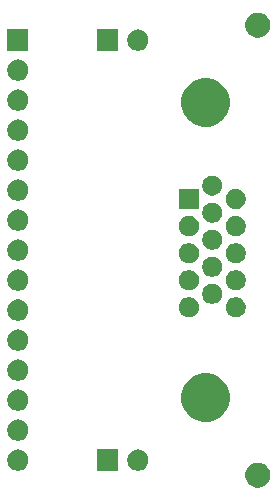
<source format=gbs>
G04 #@! TF.GenerationSoftware,KiCad,Pcbnew,(5.1.6-0-10_14)*
G04 #@! TF.CreationDate,2020-11-19T10:08:44+01:00*
G04 #@! TF.ProjectId,VGA_breakout,5647415f-6272-4656-916b-6f75742e6b69,rev?*
G04 #@! TF.SameCoordinates,Original*
G04 #@! TF.FileFunction,Soldermask,Bot*
G04 #@! TF.FilePolarity,Negative*
%FSLAX46Y46*%
G04 Gerber Fmt 4.6, Leading zero omitted, Abs format (unit mm)*
G04 Created by KiCad (PCBNEW (5.1.6-0-10_14)) date 2020-11-19 10:08:44*
%MOMM*%
%LPD*%
G01*
G04 APERTURE LIST*
%ADD10C,0.100000*%
G04 APERTURE END LIST*
D10*
G36*
X148896564Y-106939389D02*
G01*
X149087833Y-107018615D01*
X149087835Y-107018616D01*
X149259973Y-107133635D01*
X149406365Y-107280027D01*
X149473067Y-107379853D01*
X149521385Y-107452167D01*
X149600611Y-107643436D01*
X149641000Y-107846484D01*
X149641000Y-108053516D01*
X149600611Y-108256564D01*
X149521385Y-108447833D01*
X149521384Y-108447835D01*
X149406365Y-108619973D01*
X149259973Y-108766365D01*
X149087835Y-108881384D01*
X149087834Y-108881385D01*
X149087833Y-108881385D01*
X148896564Y-108960611D01*
X148693516Y-109001000D01*
X148486484Y-109001000D01*
X148283436Y-108960611D01*
X148092167Y-108881385D01*
X148092166Y-108881385D01*
X148092165Y-108881384D01*
X147920027Y-108766365D01*
X147773635Y-108619973D01*
X147658616Y-108447835D01*
X147658615Y-108447833D01*
X147579389Y-108256564D01*
X147539000Y-108053516D01*
X147539000Y-107846484D01*
X147579389Y-107643436D01*
X147658615Y-107452167D01*
X147706934Y-107379853D01*
X147773635Y-107280027D01*
X147920027Y-107133635D01*
X148092165Y-107018616D01*
X148092167Y-107018615D01*
X148283436Y-106939389D01*
X148486484Y-106899000D01*
X148693516Y-106899000D01*
X148896564Y-106939389D01*
G37*
G36*
X136791000Y-107581000D02*
G01*
X134989000Y-107581000D01*
X134989000Y-105779000D01*
X136791000Y-105779000D01*
X136791000Y-107581000D01*
G37*
G36*
X128383512Y-105783927D02*
G01*
X128532812Y-105813624D01*
X128696784Y-105881544D01*
X128844354Y-105980147D01*
X128969853Y-106105646D01*
X129068456Y-106253216D01*
X129136376Y-106417188D01*
X129171000Y-106591259D01*
X129171000Y-106768741D01*
X129136376Y-106942812D01*
X129068456Y-107106784D01*
X128969853Y-107254354D01*
X128844354Y-107379853D01*
X128696784Y-107478456D01*
X128532812Y-107546376D01*
X128383512Y-107576073D01*
X128358742Y-107581000D01*
X128181258Y-107581000D01*
X128156488Y-107576073D01*
X128007188Y-107546376D01*
X127843216Y-107478456D01*
X127695646Y-107379853D01*
X127570147Y-107254354D01*
X127471544Y-107106784D01*
X127403624Y-106942812D01*
X127369000Y-106768741D01*
X127369000Y-106591259D01*
X127403624Y-106417188D01*
X127471544Y-106253216D01*
X127570147Y-106105646D01*
X127695646Y-105980147D01*
X127843216Y-105881544D01*
X128007188Y-105813624D01*
X128156488Y-105783927D01*
X128181258Y-105779000D01*
X128358742Y-105779000D01*
X128383512Y-105783927D01*
G37*
G36*
X138543512Y-105783927D02*
G01*
X138692812Y-105813624D01*
X138856784Y-105881544D01*
X139004354Y-105980147D01*
X139129853Y-106105646D01*
X139228456Y-106253216D01*
X139296376Y-106417188D01*
X139331000Y-106591259D01*
X139331000Y-106768741D01*
X139296376Y-106942812D01*
X139228456Y-107106784D01*
X139129853Y-107254354D01*
X139004354Y-107379853D01*
X138856784Y-107478456D01*
X138692812Y-107546376D01*
X138543512Y-107576073D01*
X138518742Y-107581000D01*
X138341258Y-107581000D01*
X138316488Y-107576073D01*
X138167188Y-107546376D01*
X138003216Y-107478456D01*
X137855646Y-107379853D01*
X137730147Y-107254354D01*
X137631544Y-107106784D01*
X137563624Y-106942812D01*
X137529000Y-106768741D01*
X137529000Y-106591259D01*
X137563624Y-106417188D01*
X137631544Y-106253216D01*
X137730147Y-106105646D01*
X137855646Y-105980147D01*
X138003216Y-105881544D01*
X138167188Y-105813624D01*
X138316488Y-105783927D01*
X138341258Y-105779000D01*
X138518742Y-105779000D01*
X138543512Y-105783927D01*
G37*
G36*
X128383512Y-103243927D02*
G01*
X128532812Y-103273624D01*
X128696784Y-103341544D01*
X128844354Y-103440147D01*
X128969853Y-103565646D01*
X129068456Y-103713216D01*
X129136376Y-103877188D01*
X129171000Y-104051259D01*
X129171000Y-104228741D01*
X129136376Y-104402812D01*
X129068456Y-104566784D01*
X128969853Y-104714354D01*
X128844354Y-104839853D01*
X128696784Y-104938456D01*
X128532812Y-105006376D01*
X128383512Y-105036073D01*
X128358742Y-105041000D01*
X128181258Y-105041000D01*
X128156488Y-105036073D01*
X128007188Y-105006376D01*
X127843216Y-104938456D01*
X127695646Y-104839853D01*
X127570147Y-104714354D01*
X127471544Y-104566784D01*
X127403624Y-104402812D01*
X127369000Y-104228741D01*
X127369000Y-104051259D01*
X127403624Y-103877188D01*
X127471544Y-103713216D01*
X127570147Y-103565646D01*
X127695646Y-103440147D01*
X127843216Y-103341544D01*
X128007188Y-103273624D01*
X128156488Y-103243927D01*
X128181258Y-103239000D01*
X128358742Y-103239000D01*
X128383512Y-103243927D01*
G37*
G36*
X144766254Y-99424818D02*
G01*
X145139511Y-99579426D01*
X145139513Y-99579427D01*
X145409539Y-99759853D01*
X145475436Y-99803884D01*
X145761116Y-100089564D01*
X145985574Y-100425489D01*
X146140182Y-100798746D01*
X146219000Y-101194993D01*
X146219000Y-101599007D01*
X146140182Y-101995254D01*
X146065996Y-102174354D01*
X145985573Y-102368513D01*
X145761116Y-102704436D01*
X145475436Y-102990116D01*
X145139513Y-103214573D01*
X145139512Y-103214574D01*
X145139511Y-103214574D01*
X144766254Y-103369182D01*
X144370007Y-103448000D01*
X143965993Y-103448000D01*
X143569746Y-103369182D01*
X143196489Y-103214574D01*
X143196488Y-103214574D01*
X143196487Y-103214573D01*
X142860564Y-102990116D01*
X142574884Y-102704436D01*
X142350427Y-102368513D01*
X142270004Y-102174354D01*
X142195818Y-101995254D01*
X142117000Y-101599007D01*
X142117000Y-101194993D01*
X142195818Y-100798746D01*
X142350426Y-100425489D01*
X142574884Y-100089564D01*
X142860564Y-99803884D01*
X142926461Y-99759853D01*
X143196487Y-99579427D01*
X143196489Y-99579426D01*
X143569746Y-99424818D01*
X143965993Y-99346000D01*
X144370007Y-99346000D01*
X144766254Y-99424818D01*
G37*
G36*
X128383512Y-100703927D02*
G01*
X128532812Y-100733624D01*
X128696784Y-100801544D01*
X128844354Y-100900147D01*
X128969853Y-101025646D01*
X129068456Y-101173216D01*
X129136376Y-101337188D01*
X129171000Y-101511259D01*
X129171000Y-101688741D01*
X129136376Y-101862812D01*
X129068456Y-102026784D01*
X128969853Y-102174354D01*
X128844354Y-102299853D01*
X128696784Y-102398456D01*
X128532812Y-102466376D01*
X128383512Y-102496073D01*
X128358742Y-102501000D01*
X128181258Y-102501000D01*
X128156488Y-102496073D01*
X128007188Y-102466376D01*
X127843216Y-102398456D01*
X127695646Y-102299853D01*
X127570147Y-102174354D01*
X127471544Y-102026784D01*
X127403624Y-101862812D01*
X127369000Y-101688741D01*
X127369000Y-101511259D01*
X127403624Y-101337188D01*
X127471544Y-101173216D01*
X127570147Y-101025646D01*
X127695646Y-100900147D01*
X127843216Y-100801544D01*
X128007188Y-100733624D01*
X128156488Y-100703927D01*
X128181258Y-100699000D01*
X128358742Y-100699000D01*
X128383512Y-100703927D01*
G37*
G36*
X128383512Y-98163927D02*
G01*
X128532812Y-98193624D01*
X128696784Y-98261544D01*
X128844354Y-98360147D01*
X128969853Y-98485646D01*
X129068456Y-98633216D01*
X129136376Y-98797188D01*
X129171000Y-98971259D01*
X129171000Y-99148741D01*
X129136376Y-99322812D01*
X129068456Y-99486784D01*
X128969853Y-99634354D01*
X128844354Y-99759853D01*
X128696784Y-99858456D01*
X128532812Y-99926376D01*
X128383512Y-99956073D01*
X128358742Y-99961000D01*
X128181258Y-99961000D01*
X128156488Y-99956073D01*
X128007188Y-99926376D01*
X127843216Y-99858456D01*
X127695646Y-99759853D01*
X127570147Y-99634354D01*
X127471544Y-99486784D01*
X127403624Y-99322812D01*
X127369000Y-99148741D01*
X127369000Y-98971259D01*
X127403624Y-98797188D01*
X127471544Y-98633216D01*
X127570147Y-98485646D01*
X127695646Y-98360147D01*
X127843216Y-98261544D01*
X128007188Y-98193624D01*
X128156488Y-98163927D01*
X128181258Y-98159000D01*
X128358742Y-98159000D01*
X128383512Y-98163927D01*
G37*
G36*
X128383512Y-95623927D02*
G01*
X128532812Y-95653624D01*
X128696784Y-95721544D01*
X128844354Y-95820147D01*
X128969853Y-95945646D01*
X129068456Y-96093216D01*
X129136376Y-96257188D01*
X129171000Y-96431259D01*
X129171000Y-96608741D01*
X129136376Y-96782812D01*
X129068456Y-96946784D01*
X128969853Y-97094354D01*
X128844354Y-97219853D01*
X128696784Y-97318456D01*
X128532812Y-97386376D01*
X128383512Y-97416073D01*
X128358742Y-97421000D01*
X128181258Y-97421000D01*
X128156488Y-97416073D01*
X128007188Y-97386376D01*
X127843216Y-97318456D01*
X127695646Y-97219853D01*
X127570147Y-97094354D01*
X127471544Y-96946784D01*
X127403624Y-96782812D01*
X127369000Y-96608741D01*
X127369000Y-96431259D01*
X127403624Y-96257188D01*
X127471544Y-96093216D01*
X127570147Y-95945646D01*
X127695646Y-95820147D01*
X127843216Y-95721544D01*
X128007188Y-95653624D01*
X128156488Y-95623927D01*
X128181258Y-95619000D01*
X128358742Y-95619000D01*
X128383512Y-95623927D01*
G37*
G36*
X128368721Y-93080985D02*
G01*
X128532812Y-93113624D01*
X128696784Y-93181544D01*
X128844354Y-93280147D01*
X128969853Y-93405646D01*
X129068456Y-93553216D01*
X129136376Y-93717188D01*
X129171000Y-93891259D01*
X129171000Y-94068741D01*
X129136376Y-94242812D01*
X129068456Y-94406784D01*
X128969853Y-94554354D01*
X128844354Y-94679853D01*
X128696784Y-94778456D01*
X128532812Y-94846376D01*
X128383512Y-94876073D01*
X128358742Y-94881000D01*
X128181258Y-94881000D01*
X128156488Y-94876073D01*
X128007188Y-94846376D01*
X127843216Y-94778456D01*
X127695646Y-94679853D01*
X127570147Y-94554354D01*
X127471544Y-94406784D01*
X127403624Y-94242812D01*
X127369000Y-94068741D01*
X127369000Y-93891259D01*
X127403624Y-93717188D01*
X127471544Y-93553216D01*
X127570147Y-93405646D01*
X127695646Y-93280147D01*
X127843216Y-93181544D01*
X128007188Y-93113624D01*
X128171279Y-93080985D01*
X128181258Y-93079000D01*
X128358742Y-93079000D01*
X128368721Y-93080985D01*
G37*
G36*
X146956228Y-92923703D02*
G01*
X147111100Y-92987853D01*
X147250481Y-93080985D01*
X147369015Y-93199519D01*
X147462147Y-93338900D01*
X147526297Y-93493772D01*
X147559000Y-93658184D01*
X147559000Y-93825816D01*
X147526297Y-93990228D01*
X147462147Y-94145100D01*
X147369015Y-94284481D01*
X147250481Y-94403015D01*
X147111100Y-94496147D01*
X146956228Y-94560297D01*
X146791816Y-94593000D01*
X146624184Y-94593000D01*
X146459772Y-94560297D01*
X146304900Y-94496147D01*
X146165519Y-94403015D01*
X146046985Y-94284481D01*
X145953853Y-94145100D01*
X145889703Y-93990228D01*
X145857000Y-93825816D01*
X145857000Y-93658184D01*
X145889703Y-93493772D01*
X145953853Y-93338900D01*
X146046985Y-93199519D01*
X146165519Y-93080985D01*
X146304900Y-92987853D01*
X146459772Y-92923703D01*
X146624184Y-92891000D01*
X146791816Y-92891000D01*
X146956228Y-92923703D01*
G37*
G36*
X142996228Y-92923703D02*
G01*
X143151100Y-92987853D01*
X143290481Y-93080985D01*
X143409015Y-93199519D01*
X143502147Y-93338900D01*
X143566297Y-93493772D01*
X143599000Y-93658184D01*
X143599000Y-93825816D01*
X143566297Y-93990228D01*
X143502147Y-94145100D01*
X143409015Y-94284481D01*
X143290481Y-94403015D01*
X143151100Y-94496147D01*
X142996228Y-94560297D01*
X142831816Y-94593000D01*
X142664184Y-94593000D01*
X142499772Y-94560297D01*
X142344900Y-94496147D01*
X142205519Y-94403015D01*
X142086985Y-94284481D01*
X141993853Y-94145100D01*
X141929703Y-93990228D01*
X141897000Y-93825816D01*
X141897000Y-93658184D01*
X141929703Y-93493772D01*
X141993853Y-93338900D01*
X142086985Y-93199519D01*
X142205519Y-93080985D01*
X142344900Y-92987853D01*
X142499772Y-92923703D01*
X142664184Y-92891000D01*
X142831816Y-92891000D01*
X142996228Y-92923703D01*
G37*
G36*
X144976228Y-91778703D02*
G01*
X145131100Y-91842853D01*
X145270481Y-91935985D01*
X145389015Y-92054519D01*
X145482147Y-92193900D01*
X145546297Y-92348772D01*
X145579000Y-92513184D01*
X145579000Y-92680816D01*
X145546297Y-92845228D01*
X145482147Y-93000100D01*
X145389015Y-93139481D01*
X145270481Y-93258015D01*
X145131100Y-93351147D01*
X144976228Y-93415297D01*
X144811816Y-93448000D01*
X144644184Y-93448000D01*
X144479772Y-93415297D01*
X144324900Y-93351147D01*
X144185519Y-93258015D01*
X144066985Y-93139481D01*
X143973853Y-93000100D01*
X143909703Y-92845228D01*
X143877000Y-92680816D01*
X143877000Y-92513184D01*
X143909703Y-92348772D01*
X143973853Y-92193900D01*
X144066985Y-92054519D01*
X144185519Y-91935985D01*
X144324900Y-91842853D01*
X144479772Y-91778703D01*
X144644184Y-91746000D01*
X144811816Y-91746000D01*
X144976228Y-91778703D01*
G37*
G36*
X128383512Y-90543927D02*
G01*
X128532812Y-90573624D01*
X128696784Y-90641544D01*
X128844354Y-90740147D01*
X128969853Y-90865646D01*
X129068456Y-91013216D01*
X129136376Y-91177188D01*
X129171000Y-91351259D01*
X129171000Y-91528741D01*
X129136376Y-91702812D01*
X129068456Y-91866784D01*
X128969853Y-92014354D01*
X128844354Y-92139853D01*
X128696784Y-92238456D01*
X128532812Y-92306376D01*
X128383512Y-92336073D01*
X128358742Y-92341000D01*
X128181258Y-92341000D01*
X128156488Y-92336073D01*
X128007188Y-92306376D01*
X127843216Y-92238456D01*
X127695646Y-92139853D01*
X127570147Y-92014354D01*
X127471544Y-91866784D01*
X127403624Y-91702812D01*
X127369000Y-91528741D01*
X127369000Y-91351259D01*
X127403624Y-91177188D01*
X127471544Y-91013216D01*
X127570147Y-90865646D01*
X127695646Y-90740147D01*
X127843216Y-90641544D01*
X128007188Y-90573624D01*
X128156488Y-90543927D01*
X128181258Y-90539000D01*
X128358742Y-90539000D01*
X128383512Y-90543927D01*
G37*
G36*
X146956228Y-90633703D02*
G01*
X147111100Y-90697853D01*
X147250481Y-90790985D01*
X147369015Y-90909519D01*
X147462147Y-91048900D01*
X147526297Y-91203772D01*
X147559000Y-91368184D01*
X147559000Y-91535816D01*
X147526297Y-91700228D01*
X147462147Y-91855100D01*
X147369015Y-91994481D01*
X147250481Y-92113015D01*
X147111100Y-92206147D01*
X146956228Y-92270297D01*
X146791816Y-92303000D01*
X146624184Y-92303000D01*
X146459772Y-92270297D01*
X146304900Y-92206147D01*
X146165519Y-92113015D01*
X146046985Y-91994481D01*
X145953853Y-91855100D01*
X145889703Y-91700228D01*
X145857000Y-91535816D01*
X145857000Y-91368184D01*
X145889703Y-91203772D01*
X145953853Y-91048900D01*
X146046985Y-90909519D01*
X146165519Y-90790985D01*
X146304900Y-90697853D01*
X146459772Y-90633703D01*
X146624184Y-90601000D01*
X146791816Y-90601000D01*
X146956228Y-90633703D01*
G37*
G36*
X142996228Y-90633703D02*
G01*
X143151100Y-90697853D01*
X143290481Y-90790985D01*
X143409015Y-90909519D01*
X143502147Y-91048900D01*
X143566297Y-91203772D01*
X143599000Y-91368184D01*
X143599000Y-91535816D01*
X143566297Y-91700228D01*
X143502147Y-91855100D01*
X143409015Y-91994481D01*
X143290481Y-92113015D01*
X143151100Y-92206147D01*
X142996228Y-92270297D01*
X142831816Y-92303000D01*
X142664184Y-92303000D01*
X142499772Y-92270297D01*
X142344900Y-92206147D01*
X142205519Y-92113015D01*
X142086985Y-91994481D01*
X141993853Y-91855100D01*
X141929703Y-91700228D01*
X141897000Y-91535816D01*
X141897000Y-91368184D01*
X141929703Y-91203772D01*
X141993853Y-91048900D01*
X142086985Y-90909519D01*
X142205519Y-90790985D01*
X142344900Y-90697853D01*
X142499772Y-90633703D01*
X142664184Y-90601000D01*
X142831816Y-90601000D01*
X142996228Y-90633703D01*
G37*
G36*
X144976228Y-89488703D02*
G01*
X145131100Y-89552853D01*
X145270481Y-89645985D01*
X145389015Y-89764519D01*
X145482147Y-89903900D01*
X145546297Y-90058772D01*
X145579000Y-90223184D01*
X145579000Y-90390816D01*
X145546297Y-90555228D01*
X145482147Y-90710100D01*
X145389015Y-90849481D01*
X145270481Y-90968015D01*
X145131100Y-91061147D01*
X144976228Y-91125297D01*
X144811816Y-91158000D01*
X144644184Y-91158000D01*
X144479772Y-91125297D01*
X144324900Y-91061147D01*
X144185519Y-90968015D01*
X144066985Y-90849481D01*
X143973853Y-90710100D01*
X143909703Y-90555228D01*
X143877000Y-90390816D01*
X143877000Y-90223184D01*
X143909703Y-90058772D01*
X143973853Y-89903900D01*
X144066985Y-89764519D01*
X144185519Y-89645985D01*
X144324900Y-89552853D01*
X144479772Y-89488703D01*
X144644184Y-89456000D01*
X144811816Y-89456000D01*
X144976228Y-89488703D01*
G37*
G36*
X146956228Y-88343703D02*
G01*
X147111100Y-88407853D01*
X147250481Y-88500985D01*
X147369015Y-88619519D01*
X147462147Y-88758900D01*
X147526297Y-88913772D01*
X147559000Y-89078184D01*
X147559000Y-89245816D01*
X147526297Y-89410228D01*
X147462147Y-89565100D01*
X147369015Y-89704481D01*
X147250481Y-89823015D01*
X147111100Y-89916147D01*
X146956228Y-89980297D01*
X146791816Y-90013000D01*
X146624184Y-90013000D01*
X146459772Y-89980297D01*
X146304900Y-89916147D01*
X146165519Y-89823015D01*
X146046985Y-89704481D01*
X145953853Y-89565100D01*
X145889703Y-89410228D01*
X145857000Y-89245816D01*
X145857000Y-89078184D01*
X145889703Y-88913772D01*
X145953853Y-88758900D01*
X146046985Y-88619519D01*
X146165519Y-88500985D01*
X146304900Y-88407853D01*
X146459772Y-88343703D01*
X146624184Y-88311000D01*
X146791816Y-88311000D01*
X146956228Y-88343703D01*
G37*
G36*
X142996228Y-88343703D02*
G01*
X143151100Y-88407853D01*
X143290481Y-88500985D01*
X143409015Y-88619519D01*
X143502147Y-88758900D01*
X143566297Y-88913772D01*
X143599000Y-89078184D01*
X143599000Y-89245816D01*
X143566297Y-89410228D01*
X143502147Y-89565100D01*
X143409015Y-89704481D01*
X143290481Y-89823015D01*
X143151100Y-89916147D01*
X142996228Y-89980297D01*
X142831816Y-90013000D01*
X142664184Y-90013000D01*
X142499772Y-89980297D01*
X142344900Y-89916147D01*
X142205519Y-89823015D01*
X142086985Y-89704481D01*
X141993853Y-89565100D01*
X141929703Y-89410228D01*
X141897000Y-89245816D01*
X141897000Y-89078184D01*
X141929703Y-88913772D01*
X141993853Y-88758900D01*
X142086985Y-88619519D01*
X142205519Y-88500985D01*
X142344900Y-88407853D01*
X142499772Y-88343703D01*
X142664184Y-88311000D01*
X142831816Y-88311000D01*
X142996228Y-88343703D01*
G37*
G36*
X128383512Y-88003927D02*
G01*
X128532812Y-88033624D01*
X128696784Y-88101544D01*
X128844354Y-88200147D01*
X128969853Y-88325646D01*
X129068456Y-88473216D01*
X129136376Y-88637188D01*
X129171000Y-88811259D01*
X129171000Y-88988741D01*
X129136376Y-89162812D01*
X129068456Y-89326784D01*
X128969853Y-89474354D01*
X128844354Y-89599853D01*
X128696784Y-89698456D01*
X128532812Y-89766376D01*
X128383512Y-89796073D01*
X128358742Y-89801000D01*
X128181258Y-89801000D01*
X128156488Y-89796073D01*
X128007188Y-89766376D01*
X127843216Y-89698456D01*
X127695646Y-89599853D01*
X127570147Y-89474354D01*
X127471544Y-89326784D01*
X127403624Y-89162812D01*
X127369000Y-88988741D01*
X127369000Y-88811259D01*
X127403624Y-88637188D01*
X127471544Y-88473216D01*
X127570147Y-88325646D01*
X127695646Y-88200147D01*
X127843216Y-88101544D01*
X128007188Y-88033624D01*
X128156488Y-88003927D01*
X128181258Y-87999000D01*
X128358742Y-87999000D01*
X128383512Y-88003927D01*
G37*
G36*
X144976228Y-87198703D02*
G01*
X145131100Y-87262853D01*
X145270481Y-87355985D01*
X145389015Y-87474519D01*
X145482147Y-87613900D01*
X145546297Y-87768772D01*
X145579000Y-87933184D01*
X145579000Y-88100816D01*
X145546297Y-88265228D01*
X145482147Y-88420100D01*
X145389015Y-88559481D01*
X145270481Y-88678015D01*
X145131100Y-88771147D01*
X144976228Y-88835297D01*
X144811816Y-88868000D01*
X144644184Y-88868000D01*
X144479772Y-88835297D01*
X144324900Y-88771147D01*
X144185519Y-88678015D01*
X144066985Y-88559481D01*
X143973853Y-88420100D01*
X143909703Y-88265228D01*
X143877000Y-88100816D01*
X143877000Y-87933184D01*
X143909703Y-87768772D01*
X143973853Y-87613900D01*
X144066985Y-87474519D01*
X144185519Y-87355985D01*
X144324900Y-87262853D01*
X144479772Y-87198703D01*
X144644184Y-87166000D01*
X144811816Y-87166000D01*
X144976228Y-87198703D01*
G37*
G36*
X142996228Y-86053703D02*
G01*
X143151100Y-86117853D01*
X143290481Y-86210985D01*
X143409015Y-86329519D01*
X143502147Y-86468900D01*
X143566297Y-86623772D01*
X143599000Y-86788184D01*
X143599000Y-86955816D01*
X143566297Y-87120228D01*
X143502147Y-87275100D01*
X143409015Y-87414481D01*
X143290481Y-87533015D01*
X143151100Y-87626147D01*
X142996228Y-87690297D01*
X142831816Y-87723000D01*
X142664184Y-87723000D01*
X142499772Y-87690297D01*
X142344900Y-87626147D01*
X142205519Y-87533015D01*
X142086985Y-87414481D01*
X141993853Y-87275100D01*
X141929703Y-87120228D01*
X141897000Y-86955816D01*
X141897000Y-86788184D01*
X141929703Y-86623772D01*
X141993853Y-86468900D01*
X142086985Y-86329519D01*
X142205519Y-86210985D01*
X142344900Y-86117853D01*
X142499772Y-86053703D01*
X142664184Y-86021000D01*
X142831816Y-86021000D01*
X142996228Y-86053703D01*
G37*
G36*
X146956228Y-86053703D02*
G01*
X147111100Y-86117853D01*
X147250481Y-86210985D01*
X147369015Y-86329519D01*
X147462147Y-86468900D01*
X147526297Y-86623772D01*
X147559000Y-86788184D01*
X147559000Y-86955816D01*
X147526297Y-87120228D01*
X147462147Y-87275100D01*
X147369015Y-87414481D01*
X147250481Y-87533015D01*
X147111100Y-87626147D01*
X146956228Y-87690297D01*
X146791816Y-87723000D01*
X146624184Y-87723000D01*
X146459772Y-87690297D01*
X146304900Y-87626147D01*
X146165519Y-87533015D01*
X146046985Y-87414481D01*
X145953853Y-87275100D01*
X145889703Y-87120228D01*
X145857000Y-86955816D01*
X145857000Y-86788184D01*
X145889703Y-86623772D01*
X145953853Y-86468900D01*
X146046985Y-86329519D01*
X146165519Y-86210985D01*
X146304900Y-86117853D01*
X146459772Y-86053703D01*
X146624184Y-86021000D01*
X146791816Y-86021000D01*
X146956228Y-86053703D01*
G37*
G36*
X128383512Y-85463927D02*
G01*
X128532812Y-85493624D01*
X128696784Y-85561544D01*
X128844354Y-85660147D01*
X128969853Y-85785646D01*
X129068456Y-85933216D01*
X129136376Y-86097188D01*
X129142922Y-86130100D01*
X129170647Y-86269481D01*
X129171000Y-86271259D01*
X129171000Y-86448741D01*
X129136376Y-86622812D01*
X129068456Y-86786784D01*
X128969853Y-86934354D01*
X128844354Y-87059853D01*
X128696784Y-87158456D01*
X128532812Y-87226376D01*
X128383512Y-87256073D01*
X128358742Y-87261000D01*
X128181258Y-87261000D01*
X128156488Y-87256073D01*
X128007188Y-87226376D01*
X127843216Y-87158456D01*
X127695646Y-87059853D01*
X127570147Y-86934354D01*
X127471544Y-86786784D01*
X127403624Y-86622812D01*
X127369000Y-86448741D01*
X127369000Y-86271259D01*
X127369354Y-86269481D01*
X127397078Y-86130100D01*
X127403624Y-86097188D01*
X127471544Y-85933216D01*
X127570147Y-85785646D01*
X127695646Y-85660147D01*
X127843216Y-85561544D01*
X128007188Y-85493624D01*
X128156488Y-85463927D01*
X128181258Y-85459000D01*
X128358742Y-85459000D01*
X128383512Y-85463927D01*
G37*
G36*
X144976228Y-84908703D02*
G01*
X145131100Y-84972853D01*
X145270481Y-85065985D01*
X145389015Y-85184519D01*
X145482147Y-85323900D01*
X145546297Y-85478772D01*
X145579000Y-85643184D01*
X145579000Y-85810816D01*
X145546297Y-85975228D01*
X145482147Y-86130100D01*
X145389015Y-86269481D01*
X145270481Y-86388015D01*
X145131100Y-86481147D01*
X144976228Y-86545297D01*
X144811816Y-86578000D01*
X144644184Y-86578000D01*
X144479772Y-86545297D01*
X144324900Y-86481147D01*
X144185519Y-86388015D01*
X144066985Y-86269481D01*
X143973853Y-86130100D01*
X143909703Y-85975228D01*
X143877000Y-85810816D01*
X143877000Y-85643184D01*
X143909703Y-85478772D01*
X143973853Y-85323900D01*
X144066985Y-85184519D01*
X144185519Y-85065985D01*
X144324900Y-84972853D01*
X144479772Y-84908703D01*
X144644184Y-84876000D01*
X144811816Y-84876000D01*
X144976228Y-84908703D01*
G37*
G36*
X143599000Y-85433000D02*
G01*
X141897000Y-85433000D01*
X141897000Y-83731000D01*
X143599000Y-83731000D01*
X143599000Y-85433000D01*
G37*
G36*
X146956228Y-83763703D02*
G01*
X147111100Y-83827853D01*
X147250481Y-83920985D01*
X147369015Y-84039519D01*
X147462147Y-84178900D01*
X147526297Y-84333772D01*
X147559000Y-84498184D01*
X147559000Y-84665816D01*
X147526297Y-84830228D01*
X147462147Y-84985100D01*
X147369015Y-85124481D01*
X147250481Y-85243015D01*
X147111100Y-85336147D01*
X146956228Y-85400297D01*
X146791816Y-85433000D01*
X146624184Y-85433000D01*
X146459772Y-85400297D01*
X146304900Y-85336147D01*
X146165519Y-85243015D01*
X146046985Y-85124481D01*
X145953853Y-84985100D01*
X145889703Y-84830228D01*
X145857000Y-84665816D01*
X145857000Y-84498184D01*
X145889703Y-84333772D01*
X145953853Y-84178900D01*
X146046985Y-84039519D01*
X146165519Y-83920985D01*
X146304900Y-83827853D01*
X146459772Y-83763703D01*
X146624184Y-83731000D01*
X146791816Y-83731000D01*
X146956228Y-83763703D01*
G37*
G36*
X128383512Y-82923927D02*
G01*
X128532812Y-82953624D01*
X128696784Y-83021544D01*
X128844354Y-83120147D01*
X128969853Y-83245646D01*
X129068456Y-83393216D01*
X129136376Y-83557188D01*
X129161844Y-83685228D01*
X129170949Y-83731000D01*
X129171000Y-83731259D01*
X129171000Y-83908741D01*
X129136376Y-84082812D01*
X129068456Y-84246784D01*
X128969853Y-84394354D01*
X128844354Y-84519853D01*
X128696784Y-84618456D01*
X128532812Y-84686376D01*
X128383512Y-84716073D01*
X128358742Y-84721000D01*
X128181258Y-84721000D01*
X128156488Y-84716073D01*
X128007188Y-84686376D01*
X127843216Y-84618456D01*
X127695646Y-84519853D01*
X127570147Y-84394354D01*
X127471544Y-84246784D01*
X127403624Y-84082812D01*
X127369000Y-83908741D01*
X127369000Y-83731259D01*
X127369052Y-83731000D01*
X127378156Y-83685228D01*
X127403624Y-83557188D01*
X127471544Y-83393216D01*
X127570147Y-83245646D01*
X127695646Y-83120147D01*
X127843216Y-83021544D01*
X128007188Y-82953624D01*
X128156488Y-82923927D01*
X128181258Y-82919000D01*
X128358742Y-82919000D01*
X128383512Y-82923927D01*
G37*
G36*
X144976228Y-82618703D02*
G01*
X145131100Y-82682853D01*
X145270481Y-82775985D01*
X145389015Y-82894519D01*
X145482147Y-83033900D01*
X145546297Y-83188772D01*
X145579000Y-83353184D01*
X145579000Y-83520816D01*
X145546297Y-83685228D01*
X145482147Y-83840100D01*
X145389015Y-83979481D01*
X145270481Y-84098015D01*
X145131100Y-84191147D01*
X144976228Y-84255297D01*
X144811816Y-84288000D01*
X144644184Y-84288000D01*
X144479772Y-84255297D01*
X144324900Y-84191147D01*
X144185519Y-84098015D01*
X144066985Y-83979481D01*
X143973853Y-83840100D01*
X143909703Y-83685228D01*
X143877000Y-83520816D01*
X143877000Y-83353184D01*
X143909703Y-83188772D01*
X143973853Y-83033900D01*
X144066985Y-82894519D01*
X144185519Y-82775985D01*
X144324900Y-82682853D01*
X144479772Y-82618703D01*
X144644184Y-82586000D01*
X144811816Y-82586000D01*
X144976228Y-82618703D01*
G37*
G36*
X128383512Y-80383927D02*
G01*
X128532812Y-80413624D01*
X128696784Y-80481544D01*
X128844354Y-80580147D01*
X128969853Y-80705646D01*
X129068456Y-80853216D01*
X129136376Y-81017188D01*
X129171000Y-81191259D01*
X129171000Y-81368741D01*
X129136376Y-81542812D01*
X129068456Y-81706784D01*
X128969853Y-81854354D01*
X128844354Y-81979853D01*
X128696784Y-82078456D01*
X128532812Y-82146376D01*
X128383512Y-82176073D01*
X128358742Y-82181000D01*
X128181258Y-82181000D01*
X128156488Y-82176073D01*
X128007188Y-82146376D01*
X127843216Y-82078456D01*
X127695646Y-81979853D01*
X127570147Y-81854354D01*
X127471544Y-81706784D01*
X127403624Y-81542812D01*
X127369000Y-81368741D01*
X127369000Y-81191259D01*
X127403624Y-81017188D01*
X127471544Y-80853216D01*
X127570147Y-80705646D01*
X127695646Y-80580147D01*
X127843216Y-80481544D01*
X128007188Y-80413624D01*
X128156488Y-80383927D01*
X128181258Y-80379000D01*
X128358742Y-80379000D01*
X128383512Y-80383927D01*
G37*
G36*
X128383512Y-77843927D02*
G01*
X128532812Y-77873624D01*
X128696784Y-77941544D01*
X128844354Y-78040147D01*
X128969853Y-78165646D01*
X129068456Y-78313216D01*
X129136376Y-78477188D01*
X129171000Y-78651259D01*
X129171000Y-78828741D01*
X129136376Y-79002812D01*
X129068456Y-79166784D01*
X128969853Y-79314354D01*
X128844354Y-79439853D01*
X128696784Y-79538456D01*
X128532812Y-79606376D01*
X128383512Y-79636073D01*
X128358742Y-79641000D01*
X128181258Y-79641000D01*
X128156488Y-79636073D01*
X128007188Y-79606376D01*
X127843216Y-79538456D01*
X127695646Y-79439853D01*
X127570147Y-79314354D01*
X127471544Y-79166784D01*
X127403624Y-79002812D01*
X127369000Y-78828741D01*
X127369000Y-78651259D01*
X127403624Y-78477188D01*
X127471544Y-78313216D01*
X127570147Y-78165646D01*
X127695646Y-78040147D01*
X127843216Y-77941544D01*
X128007188Y-77873624D01*
X128156488Y-77843927D01*
X128181258Y-77839000D01*
X128358742Y-77839000D01*
X128383512Y-77843927D01*
G37*
G36*
X144766254Y-74424818D02*
G01*
X145139511Y-74579426D01*
X145139513Y-74579427D01*
X145475436Y-74803884D01*
X145761116Y-75089564D01*
X145969575Y-75401544D01*
X145985574Y-75425489D01*
X146140182Y-75798746D01*
X146219000Y-76194993D01*
X146219000Y-76599007D01*
X146140182Y-76995254D01*
X145985574Y-77368511D01*
X145985573Y-77368513D01*
X145761116Y-77704436D01*
X145475436Y-77990116D01*
X145139513Y-78214573D01*
X145139512Y-78214574D01*
X145139511Y-78214574D01*
X144766254Y-78369182D01*
X144370007Y-78448000D01*
X143965993Y-78448000D01*
X143569746Y-78369182D01*
X143196489Y-78214574D01*
X143196488Y-78214574D01*
X143196487Y-78214573D01*
X142860564Y-77990116D01*
X142574884Y-77704436D01*
X142350427Y-77368513D01*
X142350426Y-77368511D01*
X142195818Y-76995254D01*
X142117000Y-76599007D01*
X142117000Y-76194993D01*
X142195818Y-75798746D01*
X142350426Y-75425489D01*
X142366426Y-75401544D01*
X142574884Y-75089564D01*
X142860564Y-74803884D01*
X143196487Y-74579427D01*
X143196489Y-74579426D01*
X143569746Y-74424818D01*
X143965993Y-74346000D01*
X144370007Y-74346000D01*
X144766254Y-74424818D01*
G37*
G36*
X128383512Y-75303927D02*
G01*
X128532812Y-75333624D01*
X128696784Y-75401544D01*
X128844354Y-75500147D01*
X128969853Y-75625646D01*
X129068456Y-75773216D01*
X129136376Y-75937188D01*
X129171000Y-76111259D01*
X129171000Y-76288741D01*
X129136376Y-76462812D01*
X129068456Y-76626784D01*
X128969853Y-76774354D01*
X128844354Y-76899853D01*
X128696784Y-76998456D01*
X128532812Y-77066376D01*
X128383512Y-77096073D01*
X128358742Y-77101000D01*
X128181258Y-77101000D01*
X128156488Y-77096073D01*
X128007188Y-77066376D01*
X127843216Y-76998456D01*
X127695646Y-76899853D01*
X127570147Y-76774354D01*
X127471544Y-76626784D01*
X127403624Y-76462812D01*
X127369000Y-76288741D01*
X127369000Y-76111259D01*
X127403624Y-75937188D01*
X127471544Y-75773216D01*
X127570147Y-75625646D01*
X127695646Y-75500147D01*
X127843216Y-75401544D01*
X128007188Y-75333624D01*
X128156488Y-75303927D01*
X128181258Y-75299000D01*
X128358742Y-75299000D01*
X128383512Y-75303927D01*
G37*
G36*
X128383512Y-72763927D02*
G01*
X128532812Y-72793624D01*
X128696784Y-72861544D01*
X128844354Y-72960147D01*
X128969853Y-73085646D01*
X129068456Y-73233216D01*
X129136376Y-73397188D01*
X129171000Y-73571259D01*
X129171000Y-73748741D01*
X129136376Y-73922812D01*
X129068456Y-74086784D01*
X128969853Y-74234354D01*
X128844354Y-74359853D01*
X128696784Y-74458456D01*
X128532812Y-74526376D01*
X128383512Y-74556073D01*
X128358742Y-74561000D01*
X128181258Y-74561000D01*
X128156488Y-74556073D01*
X128007188Y-74526376D01*
X127843216Y-74458456D01*
X127695646Y-74359853D01*
X127570147Y-74234354D01*
X127471544Y-74086784D01*
X127403624Y-73922812D01*
X127369000Y-73748741D01*
X127369000Y-73571259D01*
X127403624Y-73397188D01*
X127471544Y-73233216D01*
X127570147Y-73085646D01*
X127695646Y-72960147D01*
X127843216Y-72861544D01*
X128007188Y-72793624D01*
X128156488Y-72763927D01*
X128181258Y-72759000D01*
X128358742Y-72759000D01*
X128383512Y-72763927D01*
G37*
G36*
X136791000Y-72021000D02*
G01*
X134989000Y-72021000D01*
X134989000Y-70219000D01*
X136791000Y-70219000D01*
X136791000Y-72021000D01*
G37*
G36*
X138543512Y-70223927D02*
G01*
X138692812Y-70253624D01*
X138856784Y-70321544D01*
X139004354Y-70420147D01*
X139129853Y-70545646D01*
X139228456Y-70693216D01*
X139296376Y-70857188D01*
X139331000Y-71031259D01*
X139331000Y-71208741D01*
X139296376Y-71382812D01*
X139228456Y-71546784D01*
X139129853Y-71694354D01*
X139004354Y-71819853D01*
X138856784Y-71918456D01*
X138692812Y-71986376D01*
X138543512Y-72016073D01*
X138518742Y-72021000D01*
X138341258Y-72021000D01*
X138316488Y-72016073D01*
X138167188Y-71986376D01*
X138003216Y-71918456D01*
X137855646Y-71819853D01*
X137730147Y-71694354D01*
X137631544Y-71546784D01*
X137563624Y-71382812D01*
X137529000Y-71208741D01*
X137529000Y-71031259D01*
X137563624Y-70857188D01*
X137631544Y-70693216D01*
X137730147Y-70545646D01*
X137855646Y-70420147D01*
X138003216Y-70321544D01*
X138167188Y-70253624D01*
X138316488Y-70223927D01*
X138341258Y-70219000D01*
X138518742Y-70219000D01*
X138543512Y-70223927D01*
G37*
G36*
X129171000Y-72021000D02*
G01*
X127369000Y-72021000D01*
X127369000Y-70219000D01*
X129171000Y-70219000D01*
X129171000Y-72021000D01*
G37*
G36*
X148896564Y-68839389D02*
G01*
X149087833Y-68918615D01*
X149087835Y-68918616D01*
X149259973Y-69033635D01*
X149406365Y-69180027D01*
X149521385Y-69352167D01*
X149600611Y-69543436D01*
X149641000Y-69746484D01*
X149641000Y-69953516D01*
X149600611Y-70156564D01*
X149560407Y-70253625D01*
X149521384Y-70347835D01*
X149406365Y-70519973D01*
X149259973Y-70666365D01*
X149087835Y-70781384D01*
X149087834Y-70781385D01*
X149087833Y-70781385D01*
X148896564Y-70860611D01*
X148693516Y-70901000D01*
X148486484Y-70901000D01*
X148283436Y-70860611D01*
X148092167Y-70781385D01*
X148092166Y-70781385D01*
X148092165Y-70781384D01*
X147920027Y-70666365D01*
X147773635Y-70519973D01*
X147658616Y-70347835D01*
X147619593Y-70253625D01*
X147579389Y-70156564D01*
X147539000Y-69953516D01*
X147539000Y-69746484D01*
X147579389Y-69543436D01*
X147658615Y-69352167D01*
X147773635Y-69180027D01*
X147920027Y-69033635D01*
X148092165Y-68918616D01*
X148092167Y-68918615D01*
X148283436Y-68839389D01*
X148486484Y-68799000D01*
X148693516Y-68799000D01*
X148896564Y-68839389D01*
G37*
M02*

</source>
